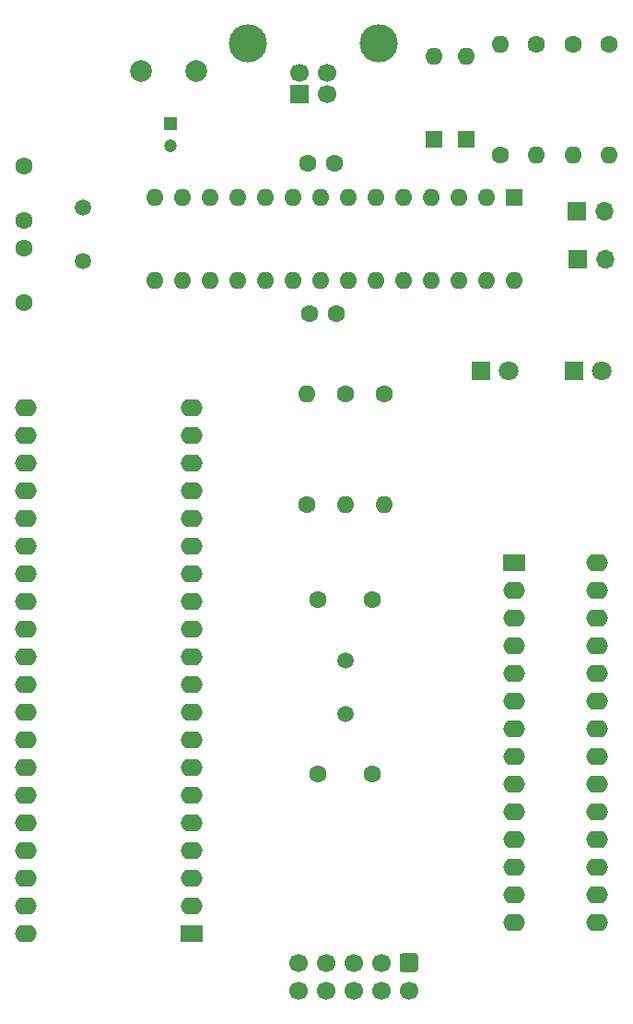
<source format=gbr>
%TF.GenerationSoftware,KiCad,Pcbnew,(5.1.9)-1*%
%TF.CreationDate,2021-05-29T15:55:51+02:00*%
%TF.ProjectId,flashpad,666c6173-6870-4616-942e-6b696361645f,rev?*%
%TF.SameCoordinates,Original*%
%TF.FileFunction,Soldermask,Bot*%
%TF.FilePolarity,Negative*%
%FSLAX46Y46*%
G04 Gerber Fmt 4.6, Leading zero omitted, Abs format (unit mm)*
G04 Created by KiCad (PCBNEW (5.1.9)-1) date 2021-05-29 15:55:51*
%MOMM*%
%LPD*%
G01*
G04 APERTURE LIST*
%ADD10O,1.600000X1.600000*%
%ADD11C,1.600000*%
%ADD12O,2.000000X1.600000*%
%ADD13R,2.000000X1.600000*%
%ADD14C,1.700000*%
%ADD15R,1.700000X1.700000*%
%ADD16C,3.500000*%
%ADD17C,1.500000*%
%ADD18R,1.600000X1.600000*%
%ADD19C,1.800000*%
%ADD20R,1.800000X1.800000*%
%ADD21O,1.700000X1.700000*%
%ADD22C,2.000000*%
%ADD23R,1.200000X1.200000*%
%ADD24C,1.200000*%
G04 APERTURE END LIST*
D10*
%TO.C,R5*%
X126174500Y-92202000D03*
D11*
X126174500Y-102362000D03*
%TD*%
D12*
%TO.C,U3*%
X152908000Y-110236000D03*
X145288000Y-140716000D03*
X152908000Y-107696000D03*
X145288000Y-138176000D03*
X152908000Y-128016000D03*
X152908000Y-140716000D03*
X152908000Y-117856000D03*
X145288000Y-133096000D03*
X152908000Y-115316000D03*
X152908000Y-133096000D03*
X145288000Y-128016000D03*
X145288000Y-135636000D03*
X152908000Y-135636000D03*
X152908000Y-130556000D03*
X152908000Y-112776000D03*
D13*
X145288000Y-107696000D03*
D12*
X145288000Y-120396000D03*
X152908000Y-138176000D03*
X145288000Y-122936000D03*
X145288000Y-110236000D03*
X145288000Y-115316000D03*
X145288000Y-125476000D03*
X145288000Y-112776000D03*
X152908000Y-122936000D03*
X145288000Y-117856000D03*
X152908000Y-120396000D03*
X145288000Y-130556000D03*
X152908000Y-125476000D03*
%TD*%
%TO.C,U2*%
X100393500Y-118872000D03*
X115633500Y-113792000D03*
X100393500Y-121412000D03*
X115633500Y-126492000D03*
X115633500Y-123952000D03*
D13*
X115633500Y-141732000D03*
D12*
X115633500Y-139192000D03*
X100393500Y-96012000D03*
X100393500Y-98552000D03*
X115633500Y-131572000D03*
X115633500Y-129032000D03*
X100393500Y-106172000D03*
X100393500Y-93472000D03*
X115633500Y-136652000D03*
X100393500Y-101092000D03*
X100393500Y-108712000D03*
X115633500Y-134112000D03*
X100393500Y-103632000D03*
X100393500Y-111252000D03*
X115633500Y-121412000D03*
X100393500Y-113792000D03*
X115633500Y-116332000D03*
X115633500Y-118872000D03*
X100393500Y-116332000D03*
X100393500Y-126492000D03*
X100393500Y-131572000D03*
X100393500Y-134112000D03*
X100393500Y-136652000D03*
X115633500Y-98552000D03*
X115633500Y-93472000D03*
X100393500Y-129032000D03*
X115633500Y-108712000D03*
X115633500Y-103632000D03*
X115633500Y-106172000D03*
X100393500Y-139192000D03*
X115633500Y-111252000D03*
X115633500Y-101092000D03*
X100393500Y-123952000D03*
X115633500Y-96012000D03*
X100393500Y-141732000D03*
%TD*%
%TO.C,AVR*%
G36*
G01*
X134972500Y-143549000D02*
X136172500Y-143549000D01*
G75*
G02*
X136422500Y-143799000I0J-250000D01*
G01*
X136422500Y-144999000D01*
G75*
G02*
X136172500Y-145249000I-250000J0D01*
G01*
X134972500Y-145249000D01*
G75*
G02*
X134722500Y-144999000I0J250000D01*
G01*
X134722500Y-143799000D01*
G75*
G02*
X134972500Y-143549000I250000J0D01*
G01*
G37*
D14*
X133032500Y-144399000D03*
X130492500Y-144399000D03*
X127952500Y-144399000D03*
X125412500Y-144399000D03*
X135572500Y-146939000D03*
X133032500Y-146939000D03*
X130492500Y-146939000D03*
X127952500Y-146939000D03*
X125412500Y-146939000D03*
%TD*%
D11*
%TO.C,R7*%
X133286500Y-92189300D03*
D10*
X133286500Y-102349300D03*
%TD*%
D11*
%TO.C,R6*%
X129730500Y-92189300D03*
D10*
X129730500Y-102349300D03*
%TD*%
D11*
%TO.C,R4*%
X147320000Y-60071000D03*
D10*
X147320000Y-70231000D03*
%TD*%
D11*
%TO.C,R3*%
X150685500Y-60071000D03*
D10*
X150685500Y-70231000D03*
%TD*%
D11*
%TO.C,R2*%
X144018000Y-70231000D03*
D10*
X144018000Y-60071000D03*
%TD*%
D11*
%TO.C,R1*%
X153987500Y-60071000D03*
D10*
X153987500Y-70231000D03*
%TD*%
D15*
%TO.C,USB1*%
X125526800Y-64719200D03*
D14*
X128026800Y-64719200D03*
X128026800Y-62719200D03*
X125526800Y-62719200D03*
D16*
X120756800Y-60009200D03*
X132796800Y-60009200D03*
%TD*%
D17*
%TO.C,X1*%
X105613200Y-80010000D03*
X105613200Y-75130000D03*
%TD*%
D18*
%TO.C,U1*%
X145288000Y-74168000D03*
D10*
X112268000Y-81788000D03*
X142748000Y-74168000D03*
X114808000Y-81788000D03*
X140208000Y-74168000D03*
X117348000Y-81788000D03*
X137668000Y-74168000D03*
X119888000Y-81788000D03*
X135128000Y-74168000D03*
X122428000Y-81788000D03*
X132588000Y-74168000D03*
X124968000Y-81788000D03*
X130048000Y-74168000D03*
X127508000Y-81788000D03*
X127508000Y-74168000D03*
X130048000Y-81788000D03*
X124968000Y-74168000D03*
X132588000Y-81788000D03*
X122428000Y-74168000D03*
X135128000Y-81788000D03*
X119888000Y-74168000D03*
X137668000Y-81788000D03*
X117348000Y-74168000D03*
X140208000Y-81788000D03*
X114808000Y-74168000D03*
X142748000Y-81788000D03*
X112268000Y-74168000D03*
X145288000Y-81788000D03*
%TD*%
D19*
%TO.C,ACT*%
X153263600Y-90119200D03*
D20*
X150723600Y-90119200D03*
%TD*%
%TO.C,PWR*%
X142189200Y-90119200D03*
D19*
X144729200Y-90119200D03*
%TD*%
D15*
%TO.C,JP2*%
X151028400Y-75438000D03*
D21*
X153568400Y-75438000D03*
%TD*%
D15*
%TO.C,JP1*%
X151079200Y-79857600D03*
D21*
X153619200Y-79857600D03*
%TD*%
D11*
%TO.C,C3*%
X128941200Y-84836000D03*
X126441200Y-84836000D03*
%TD*%
%TO.C,C2*%
X126278000Y-71018400D03*
X128778000Y-71018400D03*
%TD*%
%TO.C,C5*%
X100228400Y-71323200D03*
X100228400Y-76323200D03*
%TD*%
%TO.C,C4*%
X100228400Y-83820000D03*
X100228400Y-78820000D03*
%TD*%
D17*
%TO.C,X2*%
X129768600Y-116687600D03*
X129768600Y-121567600D03*
%TD*%
D22*
%TO.C,F1*%
X110947200Y-62534800D03*
X116027200Y-62544800D03*
%TD*%
D18*
%TO.C,D2*%
X140830300Y-68808600D03*
D10*
X140830300Y-61188600D03*
%TD*%
D18*
%TO.C,D1*%
X137922000Y-68808600D03*
D10*
X137922000Y-61188600D03*
%TD*%
D11*
%TO.C,C7*%
X127228600Y-127101600D03*
X132228600Y-127101600D03*
%TD*%
%TO.C,C6*%
X127228600Y-111099600D03*
X132228600Y-111099600D03*
%TD*%
D23*
%TO.C,C1*%
X113639600Y-67411600D03*
D24*
X113639600Y-69411600D03*
%TD*%
M02*

</source>
